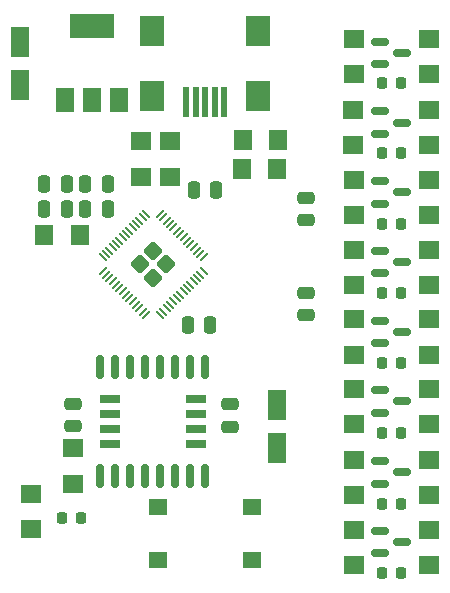
<source format=gbr>
%TF.GenerationSoftware,KiCad,Pcbnew,7.0.9*%
%TF.CreationDate,2024-03-24T12:36:59+01:00*%
%TF.ProjectId,PowerPiNano,506f7765-7250-4694-9e61-6e6f2e6b6963,rev?*%
%TF.SameCoordinates,Original*%
%TF.FileFunction,Paste,Top*%
%TF.FilePolarity,Positive*%
%FSLAX46Y46*%
G04 Gerber Fmt 4.6, Leading zero omitted, Abs format (unit mm)*
G04 Created by KiCad (PCBNEW 7.0.9) date 2024-03-24 12:36:59*
%MOMM*%
%LPD*%
G01*
G04 APERTURE LIST*
G04 Aperture macros list*
%AMRoundRect*
0 Rectangle with rounded corners*
0 $1 Rounding radius*
0 $2 $3 $4 $5 $6 $7 $8 $9 X,Y pos of 4 corners*
0 Add a 4 corners polygon primitive as box body*
4,1,4,$2,$3,$4,$5,$6,$7,$8,$9,$2,$3,0*
0 Add four circle primitives for the rounded corners*
1,1,$1+$1,$2,$3*
1,1,$1+$1,$4,$5*
1,1,$1+$1,$6,$7*
1,1,$1+$1,$8,$9*
0 Add four rect primitives between the rounded corners*
20,1,$1+$1,$2,$3,$4,$5,0*
20,1,$1+$1,$4,$5,$6,$7,0*
20,1,$1+$1,$6,$7,$8,$9,0*
20,1,$1+$1,$8,$9,$2,$3,0*%
G04 Aperture macros list end*
%ADD10RoundRect,0.250000X0.475000X-0.250000X0.475000X0.250000X-0.475000X0.250000X-0.475000X-0.250000X0*%
%ADD11RoundRect,0.250000X-0.550000X1.050000X-0.550000X-1.050000X0.550000X-1.050000X0.550000X1.050000X0*%
%ADD12RoundRect,0.150000X-0.587500X-0.150000X0.587500X-0.150000X0.587500X0.150000X-0.587500X0.150000X0*%
%ADD13R,0.500000X2.500000*%
%ADD14R,2.000000X2.500000*%
%ADD15RoundRect,0.249999X0.000000X-0.558616X0.558616X0.000000X0.000000X0.558616X-0.558616X0.000000X0*%
%ADD16RoundRect,0.050000X-0.238649X-0.309359X0.309359X0.238649X0.238649X0.309359X-0.309359X-0.238649X0*%
%ADD17RoundRect,0.050000X0.238649X-0.309359X0.309359X-0.238649X-0.238649X0.309359X-0.309359X0.238649X0*%
%ADD18RoundRect,0.250000X0.250000X0.475000X-0.250000X0.475000X-0.250000X-0.475000X0.250000X-0.475000X0*%
%ADD19RoundRect,0.218750X-0.218750X-0.256250X0.218750X-0.256250X0.218750X0.256250X-0.218750X0.256250X0*%
%ADD20R,1.800000X1.500000*%
%ADD21R,1.700000X0.650000*%
%ADD22RoundRect,0.250000X-0.475000X0.250000X-0.475000X-0.250000X0.475000X-0.250000X0.475000X0.250000X0*%
%ADD23R,1.500000X1.800000*%
%ADD24R,1.600000X1.400000*%
%ADD25RoundRect,0.218750X0.218750X0.256250X-0.218750X0.256250X-0.218750X-0.256250X0.218750X-0.256250X0*%
%ADD26RoundRect,0.250000X-0.250000X-0.475000X0.250000X-0.475000X0.250000X0.475000X-0.250000X0.475000X0*%
%ADD27RoundRect,0.150000X-0.150000X0.875000X-0.150000X-0.875000X0.150000X-0.875000X0.150000X0.875000X0*%
%ADD28R,1.500000X2.000000*%
%ADD29R,3.800000X2.000000*%
G04 APERTURE END LIST*
D10*
%TO.C,C12*%
X150625000Y-113850000D03*
X150625000Y-115750000D03*
%TD*%
D11*
%TO.C,C11*%
X154600000Y-113900000D03*
X154600000Y-117500000D03*
%TD*%
D12*
%TO.C,Q4*%
X163362500Y-106750000D03*
X163362500Y-108650000D03*
X165237500Y-107700000D03*
%TD*%
D13*
%TO.C,J2*%
X150140000Y-88270000D03*
X149340000Y-88270000D03*
X148540000Y-88270000D03*
X147740000Y-88270000D03*
X146940000Y-88270000D03*
D14*
X152970000Y-87770000D03*
X152970000Y-82270000D03*
X144070000Y-87770000D03*
X144070000Y-82270000D03*
%TD*%
D15*
%TO.C,U1*%
X143000000Y-102000000D03*
X144131371Y-103131371D03*
X144131371Y-100868629D03*
X145262742Y-102000000D03*
D16*
X139862214Y-102592202D03*
X140145057Y-102875045D03*
X140427899Y-103157887D03*
X140710742Y-103440730D03*
X140993585Y-103723573D03*
X141276427Y-104006415D03*
X141559270Y-104289258D03*
X141842113Y-104572101D03*
X142124956Y-104854944D03*
X142407798Y-105137786D03*
X142690641Y-105420629D03*
X142973484Y-105703472D03*
X143256326Y-105986314D03*
X143539169Y-106269157D03*
D17*
X144723573Y-106269157D03*
X145006416Y-105986314D03*
X145289258Y-105703472D03*
X145572101Y-105420629D03*
X145854944Y-105137786D03*
X146137786Y-104854944D03*
X146420629Y-104572101D03*
X146703472Y-104289258D03*
X146986315Y-104006415D03*
X147269157Y-103723573D03*
X147552000Y-103440730D03*
X147834843Y-103157887D03*
X148117685Y-102875045D03*
X148400528Y-102592202D03*
D16*
X148400528Y-101407798D03*
X148117685Y-101124955D03*
X147834843Y-100842113D03*
X147552000Y-100559270D03*
X147269157Y-100276427D03*
X146986315Y-99993585D03*
X146703472Y-99710742D03*
X146420629Y-99427899D03*
X146137786Y-99145056D03*
X145854944Y-98862214D03*
X145572101Y-98579371D03*
X145289258Y-98296528D03*
X145006416Y-98013686D03*
X144723573Y-97730843D03*
D17*
X143539169Y-97730843D03*
X143256326Y-98013686D03*
X142973484Y-98296528D03*
X142690641Y-98579371D03*
X142407798Y-98862214D03*
X142124956Y-99145056D03*
X141842113Y-99427899D03*
X141559270Y-99710742D03*
X141276427Y-99993585D03*
X140993585Y-100276427D03*
X140710742Y-100559270D03*
X140427899Y-100842113D03*
X140145057Y-101124955D03*
X139862214Y-101407798D03*
%TD*%
D12*
%TO.C,Q6*%
X163362500Y-94950000D03*
X163362500Y-96850000D03*
X165237500Y-95900000D03*
%TD*%
D18*
%TO.C,C4*%
X140300000Y-97300000D03*
X138400000Y-97300000D03*
%TD*%
D19*
%TO.C,D1*%
X163545629Y-128147500D03*
X165120629Y-128147500D03*
%TD*%
D10*
%TO.C,C1*%
X157109887Y-106312742D03*
X157109887Y-104412742D03*
%TD*%
D20*
%TO.C,R12*%
X167500000Y-109647500D03*
X167500000Y-106647500D03*
%TD*%
D21*
%TO.C,U2*%
X140450000Y-113395000D03*
X140450000Y-114665000D03*
X140450000Y-115935000D03*
X140450000Y-117205000D03*
X147750000Y-117205000D03*
X147750000Y-115935000D03*
X147750000Y-114665000D03*
X147750000Y-113395000D03*
%TD*%
D20*
%TO.C,R13*%
X161100000Y-103747500D03*
X161100000Y-100747500D03*
%TD*%
%TO.C,R15*%
X167500000Y-103747500D03*
X167500000Y-100747500D03*
%TD*%
%TO.C,R2*%
X143100000Y-91587258D03*
X143100000Y-94587258D03*
%TD*%
%TO.C,R19*%
X167500000Y-91885000D03*
X167500000Y-88885000D03*
%TD*%
%TO.C,R23*%
X133800000Y-121400000D03*
X133800000Y-124400000D03*
%TD*%
%TO.C,R17*%
X167500000Y-97847500D03*
X167500000Y-94847500D03*
%TD*%
%TO.C,R20*%
X161100000Y-85900000D03*
X161100000Y-82900000D03*
%TD*%
D22*
%TO.C,C2*%
X157109887Y-96362742D03*
X157109887Y-98262742D03*
%TD*%
D23*
%TO.C,R4*%
X137900000Y-99500000D03*
X134900000Y-99500000D03*
%TD*%
%TO.C,R1*%
X154620629Y-93950000D03*
X151620629Y-93950000D03*
%TD*%
D22*
%TO.C,C7*%
X137320629Y-113797500D03*
X137320629Y-115697500D03*
%TD*%
D24*
%TO.C,SW1*%
X152540000Y-127050000D03*
X144540000Y-127050000D03*
X152540000Y-122550000D03*
X144540000Y-122550000D03*
%TD*%
D25*
%TO.C,D9*%
X137987500Y-123500000D03*
X136412500Y-123500000D03*
%TD*%
D20*
%TO.C,R7*%
X161100000Y-121547500D03*
X161100000Y-118547500D03*
%TD*%
D19*
%TO.C,D2*%
X163545629Y-122247500D03*
X165120629Y-122247500D03*
%TD*%
D20*
%TO.C,R10*%
X167500000Y-115547500D03*
X167500000Y-112547500D03*
%TD*%
D12*
%TO.C,Q3*%
X163362500Y-112650000D03*
X163362500Y-114550000D03*
X165237500Y-113600000D03*
%TD*%
%TO.C,Q7*%
X163362500Y-89050000D03*
X163362500Y-90950000D03*
X165237500Y-90000000D03*
%TD*%
D26*
%TO.C,C3*%
X147050000Y-107100000D03*
X148950000Y-107100000D03*
%TD*%
D18*
%TO.C,C9*%
X136800000Y-97300000D03*
X134900000Y-97300000D03*
%TD*%
D20*
%TO.C,R5*%
X137320629Y-120547500D03*
X137320629Y-117547500D03*
%TD*%
%TO.C,R9*%
X161100000Y-115547500D03*
X161100000Y-112547500D03*
%TD*%
%TO.C,R8*%
X167500000Y-121547500D03*
X167500000Y-118547500D03*
%TD*%
D23*
%TO.C,R22*%
X151700000Y-91500000D03*
X154700000Y-91500000D03*
%TD*%
D20*
%TO.C,R3*%
X145600000Y-91587258D03*
X145600000Y-94587258D03*
%TD*%
%TO.C,R18*%
X161090000Y-91900000D03*
X161090000Y-88900000D03*
%TD*%
D19*
%TO.C,D6*%
X163545629Y-98547500D03*
X165120629Y-98547500D03*
%TD*%
D12*
%TO.C,Q1*%
X163362500Y-124550000D03*
X163362500Y-126450000D03*
X165237500Y-125500000D03*
%TD*%
D20*
%TO.C,R14*%
X167500000Y-127447500D03*
X167500000Y-124447500D03*
%TD*%
D12*
%TO.C,Q5*%
X163362500Y-100850000D03*
X163362500Y-102750000D03*
X165237500Y-101800000D03*
%TD*%
D20*
%TO.C,R6*%
X161100000Y-127447500D03*
X161100000Y-124447500D03*
%TD*%
%TO.C,R16*%
X161100000Y-97847500D03*
X161100000Y-94847500D03*
%TD*%
D19*
%TO.C,D8*%
X163545629Y-86647500D03*
X165120629Y-86647500D03*
%TD*%
D26*
%TO.C,C8*%
X147570629Y-95700000D03*
X149470629Y-95700000D03*
%TD*%
D20*
%TO.C,R11*%
X161100000Y-109647500D03*
X161100000Y-106647500D03*
%TD*%
D27*
%TO.C,U4*%
X148545000Y-110650000D03*
X147275000Y-110650000D03*
X146005000Y-110650000D03*
X144735000Y-110650000D03*
X143465000Y-110650000D03*
X142195000Y-110650000D03*
X140925000Y-110650000D03*
X139655000Y-110650000D03*
X139655000Y-119950000D03*
X140925000Y-119950000D03*
X142195000Y-119950000D03*
X143465000Y-119950000D03*
X144735000Y-119950000D03*
X146005000Y-119950000D03*
X147275000Y-119950000D03*
X148545000Y-119950000D03*
%TD*%
D19*
%TO.C,D4*%
X163545629Y-110347500D03*
X165120629Y-110347500D03*
%TD*%
D26*
%TO.C,C6*%
X138400000Y-95200000D03*
X140300000Y-95200000D03*
%TD*%
D19*
%TO.C,D7*%
X163545629Y-92585000D03*
X165120629Y-92585000D03*
%TD*%
%TO.C,D3*%
X163545629Y-116247500D03*
X165120629Y-116247500D03*
%TD*%
D20*
%TO.C,R21*%
X167500000Y-85900000D03*
X167500000Y-82900000D03*
%TD*%
D28*
%TO.C,U3*%
X136681371Y-88110000D03*
X138981371Y-88110000D03*
D29*
X138981371Y-81810000D03*
D28*
X141281371Y-88110000D03*
%TD*%
D26*
%TO.C,C5*%
X134900000Y-95200000D03*
X136800000Y-95200000D03*
%TD*%
D12*
%TO.C,Q2*%
X163362500Y-118650000D03*
X163362500Y-120550000D03*
X165237500Y-119600000D03*
%TD*%
D19*
%TO.C,D5*%
X163545629Y-104447500D03*
X165120629Y-104447500D03*
%TD*%
D12*
%TO.C,Q8*%
X163362500Y-83150000D03*
X163362500Y-85050000D03*
X165237500Y-84100000D03*
%TD*%
D11*
%TO.C,C10*%
X132875000Y-83175000D03*
X132875000Y-86775000D03*
%TD*%
M02*

</source>
